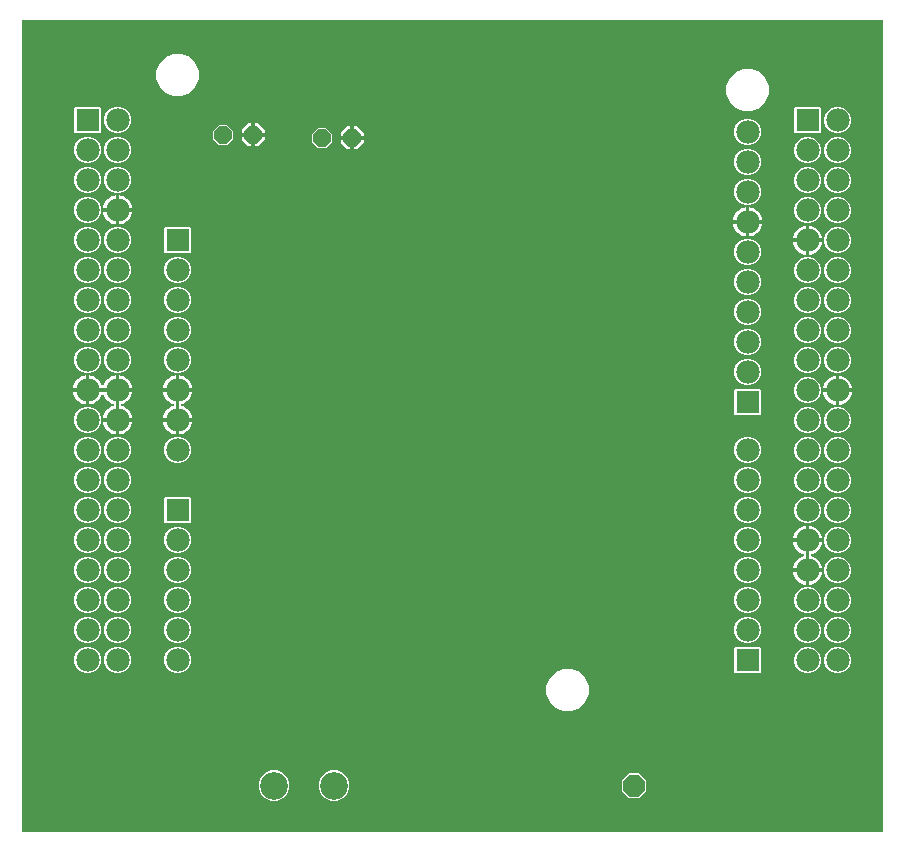
<source format=gbl>
G04 EAGLE Gerber RS-274X export*
G75*
%MOMM*%
%FSLAX34Y34*%
%LPD*%
%INBottom Copper*%
%IPPOS*%
%AMOC8*
5,1,8,0,0,1.08239X$1,22.5*%
G01*
%ADD10P,1.979475X8X22.500000*%
%ADD11P,1.583577X8X22.500000*%
%ADD12R,1.980000X1.980000*%
%ADD13C,1.980000*%
%ADD14C,2.340000*%
%ADD15C,0.502400*%

G36*
X819458Y75442D02*
X819458Y75442D01*
X819477Y75440D01*
X819579Y75462D01*
X819681Y75479D01*
X819698Y75488D01*
X819718Y75492D01*
X819807Y75545D01*
X819898Y75594D01*
X819912Y75608D01*
X819929Y75618D01*
X819996Y75697D01*
X820068Y75772D01*
X820076Y75790D01*
X820089Y75805D01*
X820128Y75901D01*
X820171Y75995D01*
X820173Y76015D01*
X820181Y76033D01*
X820199Y76200D01*
X820199Y762000D01*
X820196Y762020D01*
X820198Y762039D01*
X820176Y762141D01*
X820160Y762243D01*
X820150Y762260D01*
X820146Y762280D01*
X820093Y762369D01*
X820044Y762460D01*
X820030Y762474D01*
X820020Y762491D01*
X819941Y762558D01*
X819866Y762630D01*
X819848Y762638D01*
X819833Y762651D01*
X819737Y762690D01*
X819643Y762733D01*
X819623Y762735D01*
X819605Y762743D01*
X819438Y762761D01*
X91662Y762761D01*
X91642Y762758D01*
X91623Y762760D01*
X91521Y762738D01*
X91419Y762722D01*
X91402Y762712D01*
X91382Y762708D01*
X91293Y762655D01*
X91202Y762606D01*
X91188Y762592D01*
X91171Y762582D01*
X91104Y762503D01*
X91032Y762428D01*
X91024Y762410D01*
X91011Y762395D01*
X90972Y762299D01*
X90929Y762205D01*
X90927Y762185D01*
X90919Y762167D01*
X90901Y762000D01*
X90901Y76200D01*
X90904Y76180D01*
X90902Y76161D01*
X90924Y76059D01*
X90940Y75957D01*
X90950Y75940D01*
X90954Y75920D01*
X91007Y75831D01*
X91056Y75740D01*
X91070Y75726D01*
X91080Y75709D01*
X91159Y75642D01*
X91234Y75571D01*
X91252Y75562D01*
X91267Y75549D01*
X91363Y75510D01*
X91457Y75467D01*
X91477Y75465D01*
X91495Y75457D01*
X91662Y75439D01*
X819438Y75439D01*
X819458Y75442D01*
G37*
%LPC*%
G36*
X219444Y698324D02*
X219444Y698324D01*
X212874Y701046D01*
X207846Y706074D01*
X205124Y712644D01*
X205124Y719756D01*
X207846Y726326D01*
X212874Y731354D01*
X219444Y734076D01*
X226556Y734076D01*
X233126Y731354D01*
X238154Y726326D01*
X240876Y719756D01*
X240876Y712644D01*
X238154Y706074D01*
X233126Y701046D01*
X226556Y698324D01*
X219444Y698324D01*
G37*
%LPD*%
%LPC*%
G36*
X702044Y685624D02*
X702044Y685624D01*
X695474Y688346D01*
X690446Y693374D01*
X687724Y699944D01*
X687724Y707056D01*
X690446Y713626D01*
X695474Y718654D01*
X702044Y721376D01*
X709156Y721376D01*
X715726Y718654D01*
X720754Y713626D01*
X723476Y707056D01*
X723476Y699944D01*
X720754Y693374D01*
X715726Y688346D01*
X709156Y685624D01*
X702044Y685624D01*
G37*
%LPD*%
%LPC*%
G36*
X549644Y177624D02*
X549644Y177624D01*
X543074Y180346D01*
X538046Y185374D01*
X535324Y191944D01*
X535324Y199056D01*
X538046Y205626D01*
X543074Y210654D01*
X549644Y213376D01*
X556756Y213376D01*
X563326Y210654D01*
X568354Y205626D01*
X571076Y199056D01*
X571076Y191944D01*
X568354Y185374D01*
X563326Y180346D01*
X556756Y177624D01*
X549644Y177624D01*
G37*
%LPD*%
%LPC*%
G36*
X302009Y101579D02*
X302009Y101579D01*
X297242Y103554D01*
X293593Y107203D01*
X291618Y111970D01*
X291618Y117130D01*
X293593Y121897D01*
X297242Y125546D01*
X302009Y127521D01*
X307169Y127521D01*
X311936Y125546D01*
X315585Y121897D01*
X317560Y117130D01*
X317560Y111970D01*
X315585Y107203D01*
X311936Y103554D01*
X307169Y101579D01*
X302009Y101579D01*
G37*
%LPD*%
%LPC*%
G36*
X352809Y101579D02*
X352809Y101579D01*
X348042Y103554D01*
X344393Y107203D01*
X342418Y111970D01*
X342418Y117130D01*
X344393Y121897D01*
X348042Y125546D01*
X352809Y127521D01*
X357969Y127521D01*
X362736Y125546D01*
X366385Y121897D01*
X368360Y117130D01*
X368360Y111970D01*
X366385Y107203D01*
X362736Y103554D01*
X357969Y101579D01*
X352809Y101579D01*
G37*
%LPD*%
%LPC*%
G36*
X136374Y666929D02*
X136374Y666929D01*
X135629Y667674D01*
X135629Y688526D01*
X136374Y689271D01*
X157226Y689271D01*
X157971Y688526D01*
X157971Y667674D01*
X157226Y666929D01*
X136374Y666929D01*
G37*
%LPD*%
%LPC*%
G36*
X695174Y209729D02*
X695174Y209729D01*
X694429Y210474D01*
X694429Y231326D01*
X695174Y232071D01*
X716026Y232071D01*
X716771Y231326D01*
X716771Y210474D01*
X716026Y209729D01*
X695174Y209729D01*
G37*
%LPD*%
%LPC*%
G36*
X745974Y666679D02*
X745974Y666679D01*
X745229Y667424D01*
X745229Y688276D01*
X745974Y689021D01*
X766826Y689021D01*
X767571Y688276D01*
X767571Y667424D01*
X766826Y666679D01*
X745974Y666679D01*
G37*
%LPD*%
%LPC*%
G36*
X212574Y336729D02*
X212574Y336729D01*
X211829Y337474D01*
X211829Y358326D01*
X212574Y359071D01*
X233426Y359071D01*
X234171Y358326D01*
X234171Y337474D01*
X233426Y336729D01*
X212574Y336729D01*
G37*
%LPD*%
%LPC*%
G36*
X695174Y428169D02*
X695174Y428169D01*
X694429Y428914D01*
X694429Y449766D01*
X695174Y450511D01*
X716026Y450511D01*
X716771Y449766D01*
X716771Y428914D01*
X716026Y428169D01*
X695174Y428169D01*
G37*
%LPD*%
%LPC*%
G36*
X212574Y565329D02*
X212574Y565329D01*
X211829Y566074D01*
X211829Y586926D01*
X212574Y587671D01*
X233426Y587671D01*
X234171Y586926D01*
X234171Y566074D01*
X233426Y565329D01*
X212574Y565329D01*
G37*
%LPD*%
%LPC*%
G36*
X169978Y666929D02*
X169978Y666929D01*
X165872Y668630D01*
X162730Y671772D01*
X161029Y675878D01*
X161029Y680322D01*
X162730Y684428D01*
X165872Y687570D01*
X169978Y689271D01*
X174422Y689271D01*
X178528Y687570D01*
X181670Y684428D01*
X183371Y680322D01*
X183371Y675878D01*
X181670Y671772D01*
X178528Y668630D01*
X174422Y666929D01*
X169978Y666929D01*
G37*
%LPD*%
%LPC*%
G36*
X779578Y666679D02*
X779578Y666679D01*
X775472Y668380D01*
X772330Y671522D01*
X770629Y675628D01*
X770629Y680072D01*
X772330Y684178D01*
X775472Y687320D01*
X779578Y689021D01*
X784022Y689021D01*
X788128Y687320D01*
X791270Y684178D01*
X792971Y680072D01*
X792971Y675628D01*
X791270Y671522D01*
X788128Y668380D01*
X784022Y666679D01*
X779578Y666679D01*
G37*
%LPD*%
%LPC*%
G36*
X703378Y656769D02*
X703378Y656769D01*
X699272Y658470D01*
X696130Y661612D01*
X694429Y665718D01*
X694429Y670162D01*
X696130Y674268D01*
X699272Y677410D01*
X703378Y679111D01*
X707822Y679111D01*
X711928Y677410D01*
X715070Y674268D01*
X716771Y670162D01*
X716771Y665718D01*
X715070Y661612D01*
X711928Y658470D01*
X707822Y656769D01*
X703378Y656769D01*
G37*
%LPD*%
%LPC*%
G36*
X220778Y311329D02*
X220778Y311329D01*
X216672Y313030D01*
X213530Y316172D01*
X211829Y320278D01*
X211829Y324722D01*
X213530Y328828D01*
X216672Y331970D01*
X220778Y333671D01*
X225222Y333671D01*
X229328Y331970D01*
X232470Y328828D01*
X234171Y324722D01*
X234171Y320278D01*
X232470Y316172D01*
X229328Y313030D01*
X225222Y311329D01*
X220778Y311329D01*
G37*
%LPD*%
%LPC*%
G36*
X169978Y311329D02*
X169978Y311329D01*
X165872Y313030D01*
X162730Y316172D01*
X161029Y320278D01*
X161029Y324722D01*
X162730Y328828D01*
X165872Y331970D01*
X169978Y333671D01*
X174422Y333671D01*
X178528Y331970D01*
X181670Y328828D01*
X183371Y324722D01*
X183371Y320278D01*
X181670Y316172D01*
X178528Y313030D01*
X174422Y311329D01*
X169978Y311329D01*
G37*
%LPD*%
%LPC*%
G36*
X144578Y311329D02*
X144578Y311329D01*
X140472Y313030D01*
X137330Y316172D01*
X135629Y320278D01*
X135629Y324722D01*
X137330Y328828D01*
X140472Y331970D01*
X144578Y333671D01*
X149022Y333671D01*
X153128Y331970D01*
X156270Y328828D01*
X157971Y324722D01*
X157971Y320278D01*
X156270Y316172D01*
X153128Y313030D01*
X149022Y311329D01*
X144578Y311329D01*
G37*
%LPD*%
%LPC*%
G36*
X779578Y311079D02*
X779578Y311079D01*
X775472Y312780D01*
X772330Y315922D01*
X770629Y320028D01*
X770629Y324472D01*
X772330Y328578D01*
X775472Y331720D01*
X779578Y333421D01*
X784022Y333421D01*
X788128Y331720D01*
X791270Y328578D01*
X792971Y324472D01*
X792971Y320028D01*
X791270Y315922D01*
X788128Y312780D01*
X784022Y311079D01*
X779578Y311079D01*
G37*
%LPD*%
%LPC*%
G36*
X703378Y285929D02*
X703378Y285929D01*
X699272Y287630D01*
X696130Y290772D01*
X694429Y294878D01*
X694429Y299322D01*
X696130Y303428D01*
X699272Y306570D01*
X703378Y308271D01*
X707822Y308271D01*
X711928Y306570D01*
X715070Y303428D01*
X716771Y299322D01*
X716771Y294878D01*
X715070Y290772D01*
X711928Y287630D01*
X707822Y285929D01*
X703378Y285929D01*
G37*
%LPD*%
%LPC*%
G36*
X220778Y285929D02*
X220778Y285929D01*
X216672Y287630D01*
X213530Y290772D01*
X211829Y294878D01*
X211829Y299322D01*
X213530Y303428D01*
X216672Y306570D01*
X220778Y308271D01*
X225222Y308271D01*
X229328Y306570D01*
X232470Y303428D01*
X234171Y299322D01*
X234171Y294878D01*
X232470Y290772D01*
X229328Y287630D01*
X225222Y285929D01*
X220778Y285929D01*
G37*
%LPD*%
%LPC*%
G36*
X169978Y285929D02*
X169978Y285929D01*
X165872Y287630D01*
X162730Y290772D01*
X161029Y294878D01*
X161029Y299322D01*
X162730Y303428D01*
X165872Y306570D01*
X169978Y308271D01*
X174422Y308271D01*
X178528Y306570D01*
X181670Y303428D01*
X183371Y299322D01*
X183371Y294878D01*
X181670Y290772D01*
X178528Y287630D01*
X174422Y285929D01*
X169978Y285929D01*
G37*
%LPD*%
%LPC*%
G36*
X144578Y285929D02*
X144578Y285929D01*
X140472Y287630D01*
X137330Y290772D01*
X135629Y294878D01*
X135629Y299322D01*
X137330Y303428D01*
X140472Y306570D01*
X144578Y308271D01*
X149022Y308271D01*
X153128Y306570D01*
X156270Y303428D01*
X157971Y299322D01*
X157971Y294878D01*
X156270Y290772D01*
X153128Y287630D01*
X149022Y285929D01*
X144578Y285929D01*
G37*
%LPD*%
%LPC*%
G36*
X779578Y285679D02*
X779578Y285679D01*
X775472Y287380D01*
X772330Y290522D01*
X770629Y294628D01*
X770629Y299072D01*
X772330Y303178D01*
X775472Y306320D01*
X779578Y308021D01*
X784022Y308021D01*
X788128Y306320D01*
X791270Y303178D01*
X792971Y299072D01*
X792971Y294628D01*
X791270Y290522D01*
X788128Y287380D01*
X784022Y285679D01*
X779578Y285679D01*
G37*
%LPD*%
%LPC*%
G36*
X169978Y641529D02*
X169978Y641529D01*
X165872Y643230D01*
X162730Y646372D01*
X161029Y650478D01*
X161029Y654922D01*
X162730Y659028D01*
X165872Y662170D01*
X169978Y663871D01*
X174422Y663871D01*
X178528Y662170D01*
X181670Y659028D01*
X183371Y654922D01*
X183371Y650478D01*
X181670Y646372D01*
X178528Y643230D01*
X174422Y641529D01*
X169978Y641529D01*
G37*
%LPD*%
%LPC*%
G36*
X144578Y641529D02*
X144578Y641529D01*
X140472Y643230D01*
X137330Y646372D01*
X135629Y650478D01*
X135629Y654922D01*
X137330Y659028D01*
X140472Y662170D01*
X144578Y663871D01*
X149022Y663871D01*
X153128Y662170D01*
X156270Y659028D01*
X157971Y654922D01*
X157971Y650478D01*
X156270Y646372D01*
X153128Y643230D01*
X149022Y641529D01*
X144578Y641529D01*
G37*
%LPD*%
%LPC*%
G36*
X779578Y641279D02*
X779578Y641279D01*
X775472Y642980D01*
X772330Y646122D01*
X770629Y650228D01*
X770629Y654672D01*
X772330Y658778D01*
X775472Y661920D01*
X779578Y663621D01*
X784022Y663621D01*
X788128Y661920D01*
X791270Y658778D01*
X792971Y654672D01*
X792971Y650228D01*
X791270Y646122D01*
X788128Y642980D01*
X784022Y641279D01*
X779578Y641279D01*
G37*
%LPD*%
%LPC*%
G36*
X754178Y641279D02*
X754178Y641279D01*
X750072Y642980D01*
X746930Y646122D01*
X745229Y650228D01*
X745229Y654672D01*
X746930Y658778D01*
X750072Y661920D01*
X754178Y663621D01*
X758622Y663621D01*
X762728Y661920D01*
X765870Y658778D01*
X767571Y654672D01*
X767571Y650228D01*
X765870Y646122D01*
X762728Y642980D01*
X758622Y641279D01*
X754178Y641279D01*
G37*
%LPD*%
%LPC*%
G36*
X169978Y260529D02*
X169978Y260529D01*
X165872Y262230D01*
X162730Y265372D01*
X161029Y269478D01*
X161029Y273922D01*
X162730Y278028D01*
X165872Y281170D01*
X169978Y282871D01*
X174422Y282871D01*
X178528Y281170D01*
X181670Y278028D01*
X183371Y273922D01*
X183371Y269478D01*
X181670Y265372D01*
X178528Y262230D01*
X174422Y260529D01*
X169978Y260529D01*
G37*
%LPD*%
%LPC*%
G36*
X703378Y260529D02*
X703378Y260529D01*
X699272Y262230D01*
X696130Y265372D01*
X694429Y269478D01*
X694429Y273922D01*
X696130Y278028D01*
X699272Y281170D01*
X703378Y282871D01*
X707822Y282871D01*
X711928Y281170D01*
X715070Y278028D01*
X716771Y273922D01*
X716771Y269478D01*
X715070Y265372D01*
X711928Y262230D01*
X707822Y260529D01*
X703378Y260529D01*
G37*
%LPD*%
%LPC*%
G36*
X220778Y260529D02*
X220778Y260529D01*
X216672Y262230D01*
X213530Y265372D01*
X211829Y269478D01*
X211829Y273922D01*
X213530Y278028D01*
X216672Y281170D01*
X220778Y282871D01*
X225222Y282871D01*
X229328Y281170D01*
X232470Y278028D01*
X234171Y273922D01*
X234171Y269478D01*
X232470Y265372D01*
X229328Y262230D01*
X225222Y260529D01*
X220778Y260529D01*
G37*
%LPD*%
%LPC*%
G36*
X703378Y631369D02*
X703378Y631369D01*
X699272Y633070D01*
X696130Y636212D01*
X694429Y640318D01*
X694429Y644762D01*
X696130Y648868D01*
X699272Y652010D01*
X703378Y653711D01*
X707822Y653711D01*
X711928Y652010D01*
X715070Y648868D01*
X716771Y644762D01*
X716771Y640318D01*
X715070Y636212D01*
X711928Y633070D01*
X707822Y631369D01*
X703378Y631369D01*
G37*
%LPD*%
%LPC*%
G36*
X169978Y616129D02*
X169978Y616129D01*
X165872Y617830D01*
X162730Y620972D01*
X161029Y625078D01*
X161029Y629522D01*
X162730Y633628D01*
X165872Y636770D01*
X169978Y638471D01*
X174422Y638471D01*
X178528Y636770D01*
X181670Y633628D01*
X183371Y629522D01*
X183371Y625078D01*
X181670Y620972D01*
X178528Y617830D01*
X174422Y616129D01*
X169978Y616129D01*
G37*
%LPD*%
%LPC*%
G36*
X144578Y616129D02*
X144578Y616129D01*
X140472Y617830D01*
X137330Y620972D01*
X135629Y625078D01*
X135629Y629522D01*
X137330Y633628D01*
X140472Y636770D01*
X144578Y638471D01*
X149022Y638471D01*
X153128Y636770D01*
X156270Y633628D01*
X157971Y629522D01*
X157971Y625078D01*
X156270Y620972D01*
X153128Y617830D01*
X149022Y616129D01*
X144578Y616129D01*
G37*
%LPD*%
%LPC*%
G36*
X779578Y615879D02*
X779578Y615879D01*
X775472Y617580D01*
X772330Y620722D01*
X770629Y624828D01*
X770629Y629272D01*
X772330Y633378D01*
X775472Y636520D01*
X779578Y638221D01*
X784022Y638221D01*
X788128Y636520D01*
X791270Y633378D01*
X792971Y629272D01*
X792971Y624828D01*
X791270Y620722D01*
X788128Y617580D01*
X784022Y615879D01*
X779578Y615879D01*
G37*
%LPD*%
%LPC*%
G36*
X754178Y615879D02*
X754178Y615879D01*
X750072Y617580D01*
X746930Y620722D01*
X745229Y624828D01*
X745229Y629272D01*
X746930Y633378D01*
X750072Y636520D01*
X754178Y638221D01*
X758622Y638221D01*
X762728Y636520D01*
X765870Y633378D01*
X767571Y629272D01*
X767571Y624828D01*
X765870Y620722D01*
X762728Y617580D01*
X758622Y615879D01*
X754178Y615879D01*
G37*
%LPD*%
%LPC*%
G36*
X703378Y605969D02*
X703378Y605969D01*
X699272Y607670D01*
X696130Y610812D01*
X694429Y614918D01*
X694429Y619362D01*
X696130Y623468D01*
X699272Y626610D01*
X703378Y628311D01*
X707822Y628311D01*
X711928Y626610D01*
X715070Y623468D01*
X716771Y619362D01*
X716771Y614918D01*
X715070Y610812D01*
X711928Y607670D01*
X707822Y605969D01*
X703378Y605969D01*
G37*
%LPD*%
%LPC*%
G36*
X779578Y260279D02*
X779578Y260279D01*
X775472Y261980D01*
X772330Y265122D01*
X770629Y269228D01*
X770629Y273672D01*
X772330Y277778D01*
X775472Y280920D01*
X779578Y282621D01*
X784022Y282621D01*
X788128Y280920D01*
X791270Y277778D01*
X792971Y273672D01*
X792971Y269228D01*
X791270Y265122D01*
X788128Y261980D01*
X784022Y260279D01*
X779578Y260279D01*
G37*
%LPD*%
%LPC*%
G36*
X754178Y260279D02*
X754178Y260279D01*
X750072Y261980D01*
X746930Y265122D01*
X745229Y269228D01*
X745229Y273672D01*
X746930Y277778D01*
X750072Y280920D01*
X754178Y282621D01*
X758622Y282621D01*
X762728Y280920D01*
X765870Y277778D01*
X767571Y273672D01*
X767571Y269228D01*
X765870Y265122D01*
X762728Y261980D01*
X758622Y260279D01*
X754178Y260279D01*
G37*
%LPD*%
%LPC*%
G36*
X144578Y590729D02*
X144578Y590729D01*
X140472Y592430D01*
X137330Y595572D01*
X135629Y599678D01*
X135629Y604122D01*
X137330Y608228D01*
X140472Y611370D01*
X144578Y613071D01*
X149022Y613071D01*
X153128Y611370D01*
X156270Y608228D01*
X157971Y604122D01*
X157971Y599678D01*
X156270Y595572D01*
X153128Y592430D01*
X149022Y590729D01*
X144578Y590729D01*
G37*
%LPD*%
%LPC*%
G36*
X779578Y590479D02*
X779578Y590479D01*
X775472Y592180D01*
X772330Y595322D01*
X770629Y599428D01*
X770629Y603872D01*
X772330Y607978D01*
X775472Y611120D01*
X779578Y612821D01*
X784022Y612821D01*
X788128Y611120D01*
X791270Y607978D01*
X792971Y603872D01*
X792971Y599428D01*
X791270Y595322D01*
X788128Y592180D01*
X784022Y590479D01*
X779578Y590479D01*
G37*
%LPD*%
%LPC*%
G36*
X754178Y590479D02*
X754178Y590479D01*
X750072Y592180D01*
X746930Y595322D01*
X745229Y599428D01*
X745229Y603872D01*
X746930Y607978D01*
X750072Y611120D01*
X754178Y612821D01*
X758622Y612821D01*
X762728Y611120D01*
X765870Y607978D01*
X767571Y603872D01*
X767571Y599428D01*
X765870Y595322D01*
X762728Y592180D01*
X758622Y590479D01*
X754178Y590479D01*
G37*
%LPD*%
%LPC*%
G36*
X703378Y235129D02*
X703378Y235129D01*
X699272Y236830D01*
X696130Y239972D01*
X694429Y244078D01*
X694429Y248522D01*
X696130Y252628D01*
X699272Y255770D01*
X703378Y257471D01*
X707822Y257471D01*
X711928Y255770D01*
X715070Y252628D01*
X716771Y248522D01*
X716771Y244078D01*
X715070Y239972D01*
X711928Y236830D01*
X707822Y235129D01*
X703378Y235129D01*
G37*
%LPD*%
%LPC*%
G36*
X220778Y235129D02*
X220778Y235129D01*
X216672Y236830D01*
X213530Y239972D01*
X211829Y244078D01*
X211829Y248522D01*
X213530Y252628D01*
X216672Y255770D01*
X220778Y257471D01*
X225222Y257471D01*
X229328Y255770D01*
X232470Y252628D01*
X234171Y248522D01*
X234171Y244078D01*
X232470Y239972D01*
X229328Y236830D01*
X225222Y235129D01*
X220778Y235129D01*
G37*
%LPD*%
%LPC*%
G36*
X169978Y235129D02*
X169978Y235129D01*
X165872Y236830D01*
X162730Y239972D01*
X161029Y244078D01*
X161029Y248522D01*
X162730Y252628D01*
X165872Y255770D01*
X169978Y257471D01*
X174422Y257471D01*
X178528Y255770D01*
X181670Y252628D01*
X183371Y248522D01*
X183371Y244078D01*
X181670Y239972D01*
X178528Y236830D01*
X174422Y235129D01*
X169978Y235129D01*
G37*
%LPD*%
%LPC*%
G36*
X144578Y235129D02*
X144578Y235129D01*
X140472Y236830D01*
X137330Y239972D01*
X135629Y244078D01*
X135629Y248522D01*
X137330Y252628D01*
X140472Y255770D01*
X144578Y257471D01*
X149022Y257471D01*
X153128Y255770D01*
X156270Y252628D01*
X157971Y248522D01*
X157971Y244078D01*
X156270Y239972D01*
X153128Y236830D01*
X149022Y235129D01*
X144578Y235129D01*
G37*
%LPD*%
%LPC*%
G36*
X779578Y234879D02*
X779578Y234879D01*
X775472Y236580D01*
X772330Y239722D01*
X770629Y243828D01*
X770629Y248272D01*
X772330Y252378D01*
X775472Y255520D01*
X779578Y257221D01*
X784022Y257221D01*
X788128Y255520D01*
X791270Y252378D01*
X792971Y248272D01*
X792971Y243828D01*
X791270Y239722D01*
X788128Y236580D01*
X784022Y234879D01*
X779578Y234879D01*
G37*
%LPD*%
%LPC*%
G36*
X754178Y234879D02*
X754178Y234879D01*
X750072Y236580D01*
X746930Y239722D01*
X745229Y243828D01*
X745229Y248272D01*
X746930Y252378D01*
X750072Y255520D01*
X754178Y257221D01*
X758622Y257221D01*
X762728Y255520D01*
X765870Y252378D01*
X767571Y248272D01*
X767571Y243828D01*
X765870Y239722D01*
X762728Y236580D01*
X758622Y234879D01*
X754178Y234879D01*
G37*
%LPD*%
%LPC*%
G36*
X220778Y209729D02*
X220778Y209729D01*
X216672Y211430D01*
X213530Y214572D01*
X211829Y218678D01*
X211829Y223122D01*
X213530Y227228D01*
X216672Y230370D01*
X220778Y232071D01*
X225222Y232071D01*
X229328Y230370D01*
X232470Y227228D01*
X234171Y223122D01*
X234171Y218678D01*
X232470Y214572D01*
X229328Y211430D01*
X225222Y209729D01*
X220778Y209729D01*
G37*
%LPD*%
%LPC*%
G36*
X169978Y209729D02*
X169978Y209729D01*
X165872Y211430D01*
X162730Y214572D01*
X161029Y218678D01*
X161029Y223122D01*
X162730Y227228D01*
X165872Y230370D01*
X169978Y232071D01*
X174422Y232071D01*
X178528Y230370D01*
X181670Y227228D01*
X183371Y223122D01*
X183371Y218678D01*
X181670Y214572D01*
X178528Y211430D01*
X174422Y209729D01*
X169978Y209729D01*
G37*
%LPD*%
%LPC*%
G36*
X144578Y209729D02*
X144578Y209729D01*
X140472Y211430D01*
X137330Y214572D01*
X135629Y218678D01*
X135629Y223122D01*
X137330Y227228D01*
X140472Y230370D01*
X144578Y232071D01*
X149022Y232071D01*
X153128Y230370D01*
X156270Y227228D01*
X157971Y223122D01*
X157971Y218678D01*
X156270Y214572D01*
X153128Y211430D01*
X149022Y209729D01*
X144578Y209729D01*
G37*
%LPD*%
%LPC*%
G36*
X779578Y209479D02*
X779578Y209479D01*
X775472Y211180D01*
X772330Y214322D01*
X770629Y218428D01*
X770629Y222872D01*
X772330Y226978D01*
X775472Y230120D01*
X779578Y231821D01*
X784022Y231821D01*
X788128Y230120D01*
X791270Y226978D01*
X792971Y222872D01*
X792971Y218428D01*
X791270Y214322D01*
X788128Y211180D01*
X784022Y209479D01*
X779578Y209479D01*
G37*
%LPD*%
%LPC*%
G36*
X169978Y565329D02*
X169978Y565329D01*
X165872Y567030D01*
X162730Y570172D01*
X161029Y574278D01*
X161029Y578722D01*
X162730Y582828D01*
X165872Y585970D01*
X169978Y587671D01*
X174422Y587671D01*
X178528Y585970D01*
X181670Y582828D01*
X183371Y578722D01*
X183371Y574278D01*
X181670Y570172D01*
X178528Y567030D01*
X174422Y565329D01*
X169978Y565329D01*
G37*
%LPD*%
%LPC*%
G36*
X144578Y565329D02*
X144578Y565329D01*
X140472Y567030D01*
X137330Y570172D01*
X135629Y574278D01*
X135629Y578722D01*
X137330Y582828D01*
X140472Y585970D01*
X144578Y587671D01*
X149022Y587671D01*
X153128Y585970D01*
X156270Y582828D01*
X157971Y578722D01*
X157971Y574278D01*
X156270Y570172D01*
X153128Y567030D01*
X149022Y565329D01*
X144578Y565329D01*
G37*
%LPD*%
%LPC*%
G36*
X779578Y565079D02*
X779578Y565079D01*
X775472Y566780D01*
X772330Y569922D01*
X770629Y574028D01*
X770629Y578472D01*
X772330Y582578D01*
X775472Y585720D01*
X779578Y587421D01*
X784022Y587421D01*
X788128Y585720D01*
X791270Y582578D01*
X792971Y578472D01*
X792971Y574028D01*
X791270Y569922D01*
X788128Y566780D01*
X784022Y565079D01*
X779578Y565079D01*
G37*
%LPD*%
%LPC*%
G36*
X703378Y555169D02*
X703378Y555169D01*
X699272Y556870D01*
X696130Y560012D01*
X694429Y564118D01*
X694429Y568562D01*
X696130Y572668D01*
X699272Y575810D01*
X703378Y577511D01*
X707822Y577511D01*
X711928Y575810D01*
X715070Y572668D01*
X716771Y568562D01*
X716771Y564118D01*
X715070Y560012D01*
X711928Y556870D01*
X707822Y555169D01*
X703378Y555169D01*
G37*
%LPD*%
%LPC*%
G36*
X754178Y209479D02*
X754178Y209479D01*
X750072Y211180D01*
X746930Y214322D01*
X745229Y218428D01*
X745229Y222872D01*
X746930Y226978D01*
X750072Y230120D01*
X754178Y231821D01*
X758622Y231821D01*
X762728Y230120D01*
X765870Y226978D01*
X767571Y222872D01*
X767571Y218428D01*
X765870Y214322D01*
X762728Y211180D01*
X758622Y209479D01*
X754178Y209479D01*
G37*
%LPD*%
%LPC*%
G36*
X220778Y539929D02*
X220778Y539929D01*
X216672Y541630D01*
X213530Y544772D01*
X211829Y548878D01*
X211829Y553322D01*
X213530Y557428D01*
X216672Y560570D01*
X220778Y562271D01*
X225222Y562271D01*
X229328Y560570D01*
X232470Y557428D01*
X234171Y553322D01*
X234171Y548878D01*
X232470Y544772D01*
X229328Y541630D01*
X225222Y539929D01*
X220778Y539929D01*
G37*
%LPD*%
%LPC*%
G36*
X169978Y539929D02*
X169978Y539929D01*
X165872Y541630D01*
X162730Y544772D01*
X161029Y548878D01*
X161029Y553322D01*
X162730Y557428D01*
X165872Y560570D01*
X169978Y562271D01*
X174422Y562271D01*
X178528Y560570D01*
X181670Y557428D01*
X183371Y553322D01*
X183371Y548878D01*
X181670Y544772D01*
X178528Y541630D01*
X174422Y539929D01*
X169978Y539929D01*
G37*
%LPD*%
%LPC*%
G36*
X144578Y539929D02*
X144578Y539929D01*
X140472Y541630D01*
X137330Y544772D01*
X135629Y548878D01*
X135629Y553322D01*
X137330Y557428D01*
X140472Y560570D01*
X144578Y562271D01*
X149022Y562271D01*
X153128Y560570D01*
X156270Y557428D01*
X157971Y553322D01*
X157971Y548878D01*
X156270Y544772D01*
X153128Y541630D01*
X149022Y539929D01*
X144578Y539929D01*
G37*
%LPD*%
%LPC*%
G36*
X779578Y539679D02*
X779578Y539679D01*
X775472Y541380D01*
X772330Y544522D01*
X770629Y548628D01*
X770629Y553072D01*
X772330Y557178D01*
X775472Y560320D01*
X779578Y562021D01*
X784022Y562021D01*
X788128Y560320D01*
X791270Y557178D01*
X792971Y553072D01*
X792971Y548628D01*
X791270Y544522D01*
X788128Y541380D01*
X784022Y539679D01*
X779578Y539679D01*
G37*
%LPD*%
%LPC*%
G36*
X754178Y539679D02*
X754178Y539679D01*
X750072Y541380D01*
X746930Y544522D01*
X745229Y548628D01*
X745229Y553072D01*
X746930Y557178D01*
X750072Y560320D01*
X754178Y562021D01*
X758622Y562021D01*
X762728Y560320D01*
X765870Y557178D01*
X767571Y553072D01*
X767571Y548628D01*
X765870Y544522D01*
X762728Y541380D01*
X758622Y539679D01*
X754178Y539679D01*
G37*
%LPD*%
%LPC*%
G36*
X703378Y529769D02*
X703378Y529769D01*
X699272Y531470D01*
X696130Y534612D01*
X694429Y538718D01*
X694429Y543162D01*
X696130Y547268D01*
X699272Y550410D01*
X703378Y552111D01*
X707822Y552111D01*
X711928Y550410D01*
X715070Y547268D01*
X716771Y543162D01*
X716771Y538718D01*
X715070Y534612D01*
X711928Y531470D01*
X707822Y529769D01*
X703378Y529769D01*
G37*
%LPD*%
%LPC*%
G36*
X169978Y514529D02*
X169978Y514529D01*
X165872Y516230D01*
X162730Y519372D01*
X161029Y523478D01*
X161029Y527922D01*
X162730Y532028D01*
X165872Y535170D01*
X169978Y536871D01*
X174422Y536871D01*
X178528Y535170D01*
X181670Y532028D01*
X183371Y527922D01*
X183371Y523478D01*
X181670Y519372D01*
X178528Y516230D01*
X174422Y514529D01*
X169978Y514529D01*
G37*
%LPD*%
%LPC*%
G36*
X144578Y514529D02*
X144578Y514529D01*
X140472Y516230D01*
X137330Y519372D01*
X135629Y523478D01*
X135629Y527922D01*
X137330Y532028D01*
X140472Y535170D01*
X144578Y536871D01*
X149022Y536871D01*
X153128Y535170D01*
X156270Y532028D01*
X157971Y527922D01*
X157971Y523478D01*
X156270Y519372D01*
X153128Y516230D01*
X149022Y514529D01*
X144578Y514529D01*
G37*
%LPD*%
%LPC*%
G36*
X220778Y514529D02*
X220778Y514529D01*
X216672Y516230D01*
X213530Y519372D01*
X211829Y523478D01*
X211829Y527922D01*
X213530Y532028D01*
X216672Y535170D01*
X220778Y536871D01*
X225222Y536871D01*
X229328Y535170D01*
X232470Y532028D01*
X234171Y527922D01*
X234171Y523478D01*
X232470Y519372D01*
X229328Y516230D01*
X225222Y514529D01*
X220778Y514529D01*
G37*
%LPD*%
%LPC*%
G36*
X779578Y514279D02*
X779578Y514279D01*
X775472Y515980D01*
X772330Y519122D01*
X770629Y523228D01*
X770629Y527672D01*
X772330Y531778D01*
X775472Y534920D01*
X779578Y536621D01*
X784022Y536621D01*
X788128Y534920D01*
X791270Y531778D01*
X792971Y527672D01*
X792971Y523228D01*
X791270Y519122D01*
X788128Y515980D01*
X784022Y514279D01*
X779578Y514279D01*
G37*
%LPD*%
%LPC*%
G36*
X754178Y514279D02*
X754178Y514279D01*
X750072Y515980D01*
X746930Y519122D01*
X745229Y523228D01*
X745229Y527672D01*
X746930Y531778D01*
X750072Y534920D01*
X754178Y536621D01*
X758622Y536621D01*
X762728Y534920D01*
X765870Y531778D01*
X767571Y527672D01*
X767571Y523228D01*
X765870Y519122D01*
X762728Y515980D01*
X758622Y514279D01*
X754178Y514279D01*
G37*
%LPD*%
%LPC*%
G36*
X703378Y504369D02*
X703378Y504369D01*
X699272Y506070D01*
X696130Y509212D01*
X694429Y513318D01*
X694429Y517762D01*
X696130Y521868D01*
X699272Y525010D01*
X703378Y526711D01*
X707822Y526711D01*
X711928Y525010D01*
X715070Y521868D01*
X716771Y517762D01*
X716771Y513318D01*
X715070Y509212D01*
X711928Y506070D01*
X707822Y504369D01*
X703378Y504369D01*
G37*
%LPD*%
%LPC*%
G36*
X220778Y489129D02*
X220778Y489129D01*
X216672Y490830D01*
X213530Y493972D01*
X211829Y498078D01*
X211829Y502522D01*
X213530Y506628D01*
X216672Y509770D01*
X220778Y511471D01*
X225222Y511471D01*
X229328Y509770D01*
X232470Y506628D01*
X234171Y502522D01*
X234171Y498078D01*
X232470Y493972D01*
X229328Y490830D01*
X225222Y489129D01*
X220778Y489129D01*
G37*
%LPD*%
%LPC*%
G36*
X169978Y489129D02*
X169978Y489129D01*
X165872Y490830D01*
X162730Y493972D01*
X161029Y498078D01*
X161029Y502522D01*
X162730Y506628D01*
X165872Y509770D01*
X169978Y511471D01*
X174422Y511471D01*
X178528Y509770D01*
X181670Y506628D01*
X183371Y502522D01*
X183371Y498078D01*
X181670Y493972D01*
X178528Y490830D01*
X174422Y489129D01*
X169978Y489129D01*
G37*
%LPD*%
%LPC*%
G36*
X144578Y489129D02*
X144578Y489129D01*
X140472Y490830D01*
X137330Y493972D01*
X135629Y498078D01*
X135629Y502522D01*
X137330Y506628D01*
X140472Y509770D01*
X144578Y511471D01*
X149022Y511471D01*
X153128Y509770D01*
X156270Y506628D01*
X157971Y502522D01*
X157971Y498078D01*
X156270Y493972D01*
X153128Y490830D01*
X149022Y489129D01*
X144578Y489129D01*
G37*
%LPD*%
%LPC*%
G36*
X779578Y488879D02*
X779578Y488879D01*
X775472Y490580D01*
X772330Y493722D01*
X770629Y497828D01*
X770629Y502272D01*
X772330Y506378D01*
X775472Y509520D01*
X779578Y511221D01*
X784022Y511221D01*
X788128Y509520D01*
X791270Y506378D01*
X792971Y502272D01*
X792971Y497828D01*
X791270Y493722D01*
X788128Y490580D01*
X784022Y488879D01*
X779578Y488879D01*
G37*
%LPD*%
%LPC*%
G36*
X754178Y488879D02*
X754178Y488879D01*
X750072Y490580D01*
X746930Y493722D01*
X745229Y497828D01*
X745229Y502272D01*
X746930Y506378D01*
X750072Y509520D01*
X754178Y511221D01*
X758622Y511221D01*
X762728Y509520D01*
X765870Y506378D01*
X767571Y502272D01*
X767571Y497828D01*
X765870Y493722D01*
X762728Y490580D01*
X758622Y488879D01*
X754178Y488879D01*
G37*
%LPD*%
%LPC*%
G36*
X703378Y478969D02*
X703378Y478969D01*
X699272Y480670D01*
X696130Y483812D01*
X694429Y487918D01*
X694429Y492362D01*
X696130Y496468D01*
X699272Y499610D01*
X703378Y501311D01*
X707822Y501311D01*
X711928Y499610D01*
X715070Y496468D01*
X716771Y492362D01*
X716771Y487918D01*
X715070Y483812D01*
X711928Y480670D01*
X707822Y478969D01*
X703378Y478969D01*
G37*
%LPD*%
%LPC*%
G36*
X220778Y463729D02*
X220778Y463729D01*
X216672Y465430D01*
X213530Y468572D01*
X211829Y472678D01*
X211829Y477122D01*
X213530Y481228D01*
X216672Y484370D01*
X220778Y486071D01*
X225222Y486071D01*
X229328Y484370D01*
X232470Y481228D01*
X234171Y477122D01*
X234171Y472678D01*
X232470Y468572D01*
X229328Y465430D01*
X225222Y463729D01*
X220778Y463729D01*
G37*
%LPD*%
%LPC*%
G36*
X169978Y463729D02*
X169978Y463729D01*
X165872Y465430D01*
X162730Y468572D01*
X161029Y472678D01*
X161029Y477122D01*
X162730Y481228D01*
X165872Y484370D01*
X169978Y486071D01*
X174422Y486071D01*
X178528Y484370D01*
X181670Y481228D01*
X183371Y477122D01*
X183371Y472678D01*
X181670Y468572D01*
X178528Y465430D01*
X174422Y463729D01*
X169978Y463729D01*
G37*
%LPD*%
%LPC*%
G36*
X144578Y463729D02*
X144578Y463729D01*
X140472Y465430D01*
X137330Y468572D01*
X135629Y472678D01*
X135629Y477122D01*
X137330Y481228D01*
X140472Y484370D01*
X144578Y486071D01*
X149022Y486071D01*
X153128Y484370D01*
X156270Y481228D01*
X157971Y477122D01*
X157971Y472678D01*
X156270Y468572D01*
X153128Y465430D01*
X149022Y463729D01*
X144578Y463729D01*
G37*
%LPD*%
%LPC*%
G36*
X779578Y463479D02*
X779578Y463479D01*
X775472Y465180D01*
X772330Y468322D01*
X770629Y472428D01*
X770629Y476872D01*
X772330Y480978D01*
X775472Y484120D01*
X779578Y485821D01*
X784022Y485821D01*
X788128Y484120D01*
X791270Y480978D01*
X792971Y476872D01*
X792971Y472428D01*
X791270Y468322D01*
X788128Y465180D01*
X784022Y463479D01*
X779578Y463479D01*
G37*
%LPD*%
%LPC*%
G36*
X754178Y463479D02*
X754178Y463479D01*
X750072Y465180D01*
X746930Y468322D01*
X745229Y472428D01*
X745229Y476872D01*
X746930Y480978D01*
X750072Y484120D01*
X754178Y485821D01*
X758622Y485821D01*
X762728Y484120D01*
X765870Y480978D01*
X767571Y476872D01*
X767571Y472428D01*
X765870Y468322D01*
X762728Y465180D01*
X758622Y463479D01*
X754178Y463479D01*
G37*
%LPD*%
%LPC*%
G36*
X703378Y453569D02*
X703378Y453569D01*
X699272Y455270D01*
X696130Y458412D01*
X694429Y462518D01*
X694429Y466962D01*
X696130Y471068D01*
X699272Y474210D01*
X703378Y475911D01*
X707822Y475911D01*
X711928Y474210D01*
X715070Y471068D01*
X716771Y466962D01*
X716771Y462518D01*
X715070Y458412D01*
X711928Y455270D01*
X707822Y453569D01*
X703378Y453569D01*
G37*
%LPD*%
%LPC*%
G36*
X144578Y260529D02*
X144578Y260529D01*
X140472Y262230D01*
X137330Y265372D01*
X135629Y269478D01*
X135629Y273922D01*
X137330Y278028D01*
X140472Y281170D01*
X144578Y282871D01*
X149022Y282871D01*
X153128Y281170D01*
X156270Y278028D01*
X157971Y273922D01*
X157971Y269478D01*
X156270Y265372D01*
X153128Y262230D01*
X149022Y260529D01*
X144578Y260529D01*
G37*
%LPD*%
%LPC*%
G36*
X754178Y438079D02*
X754178Y438079D01*
X750072Y439780D01*
X746930Y442922D01*
X745229Y447028D01*
X745229Y451472D01*
X746930Y455578D01*
X750072Y458720D01*
X754178Y460421D01*
X758622Y460421D01*
X762728Y458720D01*
X765870Y455578D01*
X767571Y451472D01*
X767571Y447028D01*
X765870Y442922D01*
X762728Y439780D01*
X758622Y438079D01*
X754178Y438079D01*
G37*
%LPD*%
%LPC*%
G36*
X144578Y412929D02*
X144578Y412929D01*
X140472Y414630D01*
X137330Y417772D01*
X135629Y421878D01*
X135629Y426322D01*
X137330Y430428D01*
X140472Y433570D01*
X144578Y435271D01*
X149022Y435271D01*
X153128Y433570D01*
X156270Y430428D01*
X157971Y426322D01*
X157971Y421878D01*
X156270Y417772D01*
X153128Y414630D01*
X149022Y412929D01*
X144578Y412929D01*
G37*
%LPD*%
%LPC*%
G36*
X779578Y412679D02*
X779578Y412679D01*
X775472Y414380D01*
X772330Y417522D01*
X770629Y421628D01*
X770629Y426072D01*
X772330Y430178D01*
X775472Y433320D01*
X779578Y435021D01*
X784022Y435021D01*
X788128Y433320D01*
X791270Y430178D01*
X792971Y426072D01*
X792971Y421628D01*
X791270Y417522D01*
X788128Y414380D01*
X784022Y412679D01*
X779578Y412679D01*
G37*
%LPD*%
%LPC*%
G36*
X754178Y412679D02*
X754178Y412679D01*
X750072Y414380D01*
X746930Y417522D01*
X745229Y421628D01*
X745229Y426072D01*
X746930Y430178D01*
X750072Y433320D01*
X754178Y435021D01*
X758622Y435021D01*
X762728Y433320D01*
X765870Y430178D01*
X767571Y426072D01*
X767571Y421628D01*
X765870Y417522D01*
X762728Y414380D01*
X758622Y412679D01*
X754178Y412679D01*
G37*
%LPD*%
%LPC*%
G36*
X703378Y387529D02*
X703378Y387529D01*
X699272Y389230D01*
X696130Y392372D01*
X694429Y396478D01*
X694429Y400922D01*
X696130Y405028D01*
X699272Y408170D01*
X703378Y409871D01*
X707822Y409871D01*
X711928Y408170D01*
X715070Y405028D01*
X716771Y400922D01*
X716771Y396478D01*
X715070Y392372D01*
X711928Y389230D01*
X707822Y387529D01*
X703378Y387529D01*
G37*
%LPD*%
%LPC*%
G36*
X220778Y387529D02*
X220778Y387529D01*
X216672Y389230D01*
X213530Y392372D01*
X211829Y396478D01*
X211829Y400922D01*
X213530Y405028D01*
X216672Y408170D01*
X220778Y409871D01*
X225222Y409871D01*
X229328Y408170D01*
X232470Y405028D01*
X234171Y400922D01*
X234171Y396478D01*
X232470Y392372D01*
X229328Y389230D01*
X225222Y387529D01*
X220778Y387529D01*
G37*
%LPD*%
%LPC*%
G36*
X169978Y387529D02*
X169978Y387529D01*
X165872Y389230D01*
X162730Y392372D01*
X161029Y396478D01*
X161029Y400922D01*
X162730Y405028D01*
X165872Y408170D01*
X169978Y409871D01*
X174422Y409871D01*
X178528Y408170D01*
X181670Y405028D01*
X183371Y400922D01*
X183371Y396478D01*
X181670Y392372D01*
X178528Y389230D01*
X174422Y387529D01*
X169978Y387529D01*
G37*
%LPD*%
%LPC*%
G36*
X144578Y387529D02*
X144578Y387529D01*
X140472Y389230D01*
X137330Y392372D01*
X135629Y396478D01*
X135629Y400922D01*
X137330Y405028D01*
X140472Y408170D01*
X144578Y409871D01*
X149022Y409871D01*
X153128Y408170D01*
X156270Y405028D01*
X157971Y400922D01*
X157971Y396478D01*
X156270Y392372D01*
X153128Y389230D01*
X149022Y387529D01*
X144578Y387529D01*
G37*
%LPD*%
%LPC*%
G36*
X779578Y387279D02*
X779578Y387279D01*
X775472Y388980D01*
X772330Y392122D01*
X770629Y396228D01*
X770629Y400672D01*
X772330Y404778D01*
X775472Y407920D01*
X779578Y409621D01*
X784022Y409621D01*
X788128Y407920D01*
X791270Y404778D01*
X792971Y400672D01*
X792971Y396228D01*
X791270Y392122D01*
X788128Y388980D01*
X784022Y387279D01*
X779578Y387279D01*
G37*
%LPD*%
%LPC*%
G36*
X754178Y387279D02*
X754178Y387279D01*
X750072Y388980D01*
X746930Y392122D01*
X745229Y396228D01*
X745229Y400672D01*
X746930Y404778D01*
X750072Y407920D01*
X754178Y409621D01*
X758622Y409621D01*
X762728Y407920D01*
X765870Y404778D01*
X767571Y400672D01*
X767571Y396228D01*
X765870Y392122D01*
X762728Y388980D01*
X758622Y387279D01*
X754178Y387279D01*
G37*
%LPD*%
%LPC*%
G36*
X703378Y362129D02*
X703378Y362129D01*
X699272Y363830D01*
X696130Y366972D01*
X694429Y371078D01*
X694429Y375522D01*
X696130Y379628D01*
X699272Y382770D01*
X703378Y384471D01*
X707822Y384471D01*
X711928Y382770D01*
X715070Y379628D01*
X716771Y375522D01*
X716771Y371078D01*
X715070Y366972D01*
X711928Y363830D01*
X707822Y362129D01*
X703378Y362129D01*
G37*
%LPD*%
%LPC*%
G36*
X169978Y362129D02*
X169978Y362129D01*
X165872Y363830D01*
X162730Y366972D01*
X161029Y371078D01*
X161029Y375522D01*
X162730Y379628D01*
X165872Y382770D01*
X169978Y384471D01*
X174422Y384471D01*
X178528Y382770D01*
X181670Y379628D01*
X183371Y375522D01*
X183371Y371078D01*
X181670Y366972D01*
X178528Y363830D01*
X174422Y362129D01*
X169978Y362129D01*
G37*
%LPD*%
%LPC*%
G36*
X144578Y362129D02*
X144578Y362129D01*
X140472Y363830D01*
X137330Y366972D01*
X135629Y371078D01*
X135629Y375522D01*
X137330Y379628D01*
X140472Y382770D01*
X144578Y384471D01*
X149022Y384471D01*
X153128Y382770D01*
X156270Y379628D01*
X157971Y375522D01*
X157971Y371078D01*
X156270Y366972D01*
X153128Y363830D01*
X149022Y362129D01*
X144578Y362129D01*
G37*
%LPD*%
%LPC*%
G36*
X779578Y361879D02*
X779578Y361879D01*
X775472Y363580D01*
X772330Y366722D01*
X770629Y370828D01*
X770629Y375272D01*
X772330Y379378D01*
X775472Y382520D01*
X779578Y384221D01*
X784022Y384221D01*
X788128Y382520D01*
X791270Y379378D01*
X792971Y375272D01*
X792971Y370828D01*
X791270Y366722D01*
X788128Y363580D01*
X784022Y361879D01*
X779578Y361879D01*
G37*
%LPD*%
%LPC*%
G36*
X754178Y361879D02*
X754178Y361879D01*
X750072Y363580D01*
X746930Y366722D01*
X745229Y370828D01*
X745229Y375272D01*
X746930Y379378D01*
X750072Y382520D01*
X754178Y384221D01*
X758622Y384221D01*
X762728Y382520D01*
X765870Y379378D01*
X767571Y375272D01*
X767571Y370828D01*
X765870Y366722D01*
X762728Y363580D01*
X758622Y361879D01*
X754178Y361879D01*
G37*
%LPD*%
%LPC*%
G36*
X169978Y336729D02*
X169978Y336729D01*
X165872Y338430D01*
X162730Y341572D01*
X161029Y345678D01*
X161029Y350122D01*
X162730Y354228D01*
X165872Y357370D01*
X169978Y359071D01*
X174422Y359071D01*
X178528Y357370D01*
X181670Y354228D01*
X183371Y350122D01*
X183371Y345678D01*
X181670Y341572D01*
X178528Y338430D01*
X174422Y336729D01*
X169978Y336729D01*
G37*
%LPD*%
%LPC*%
G36*
X144578Y336729D02*
X144578Y336729D01*
X140472Y338430D01*
X137330Y341572D01*
X135629Y345678D01*
X135629Y350122D01*
X137330Y354228D01*
X140472Y357370D01*
X144578Y359071D01*
X149022Y359071D01*
X153128Y357370D01*
X156270Y354228D01*
X157971Y350122D01*
X157971Y345678D01*
X156270Y341572D01*
X153128Y338430D01*
X149022Y336729D01*
X144578Y336729D01*
G37*
%LPD*%
%LPC*%
G36*
X703378Y336729D02*
X703378Y336729D01*
X699272Y338430D01*
X696130Y341572D01*
X694429Y345678D01*
X694429Y350122D01*
X696130Y354228D01*
X699272Y357370D01*
X703378Y359071D01*
X707822Y359071D01*
X711928Y357370D01*
X715070Y354228D01*
X716771Y350122D01*
X716771Y345678D01*
X715070Y341572D01*
X711928Y338430D01*
X707822Y336729D01*
X703378Y336729D01*
G37*
%LPD*%
%LPC*%
G36*
X779578Y336479D02*
X779578Y336479D01*
X775472Y338180D01*
X772330Y341322D01*
X770629Y345428D01*
X770629Y349872D01*
X772330Y353978D01*
X775472Y357120D01*
X779578Y358821D01*
X784022Y358821D01*
X788128Y357120D01*
X791270Y353978D01*
X792971Y349872D01*
X792971Y345428D01*
X791270Y341322D01*
X788128Y338180D01*
X784022Y336479D01*
X779578Y336479D01*
G37*
%LPD*%
%LPC*%
G36*
X754178Y336479D02*
X754178Y336479D01*
X750072Y338180D01*
X746930Y341322D01*
X745229Y345428D01*
X745229Y349872D01*
X746930Y353978D01*
X750072Y357120D01*
X754178Y358821D01*
X758622Y358821D01*
X762728Y357120D01*
X765870Y353978D01*
X767571Y349872D01*
X767571Y345428D01*
X765870Y341322D01*
X762728Y338180D01*
X758622Y336479D01*
X754178Y336479D01*
G37*
%LPD*%
%LPC*%
G36*
X703378Y311329D02*
X703378Y311329D01*
X699272Y313030D01*
X696130Y316172D01*
X694429Y320278D01*
X694429Y324722D01*
X696130Y328828D01*
X699272Y331970D01*
X703378Y333671D01*
X707822Y333671D01*
X711928Y331970D01*
X715070Y328828D01*
X716771Y324722D01*
X716771Y320278D01*
X715070Y316172D01*
X711928Y313030D01*
X707822Y311329D01*
X703378Y311329D01*
G37*
%LPD*%
%LPC*%
G36*
X605286Y103885D02*
X605286Y103885D01*
X599185Y109986D01*
X599185Y118614D01*
X605286Y124715D01*
X613914Y124715D01*
X620015Y118614D01*
X620015Y109986D01*
X613914Y103885D01*
X605286Y103885D01*
G37*
%LPD*%
%LPC*%
G36*
X159845Y425623D02*
X159845Y425623D01*
X160066Y427013D01*
X160671Y428876D01*
X161560Y430620D01*
X162711Y432205D01*
X164095Y433589D01*
X165680Y434740D01*
X167424Y435629D01*
X168799Y436076D01*
X168806Y436080D01*
X168814Y436081D01*
X168916Y436136D01*
X169018Y436189D01*
X169023Y436194D01*
X169030Y436198D01*
X169109Y436283D01*
X169189Y436365D01*
X169192Y436373D01*
X169198Y436378D01*
X169246Y436484D01*
X169295Y436587D01*
X169296Y436595D01*
X169299Y436603D01*
X169311Y436717D01*
X169325Y436832D01*
X169323Y436839D01*
X169324Y436847D01*
X169298Y436960D01*
X169275Y437072D01*
X169271Y437079D01*
X169269Y437087D01*
X169209Y437186D01*
X169151Y437285D01*
X169145Y437290D01*
X169141Y437297D01*
X169052Y437372D01*
X168966Y437447D01*
X168958Y437450D01*
X168952Y437455D01*
X168799Y437524D01*
X167424Y437971D01*
X165680Y438860D01*
X164095Y440011D01*
X162711Y441395D01*
X161560Y442980D01*
X160671Y444724D01*
X160224Y446099D01*
X160220Y446106D01*
X160219Y446114D01*
X160164Y446215D01*
X160111Y446318D01*
X160105Y446323D01*
X160102Y446330D01*
X160017Y446409D01*
X159935Y446489D01*
X159927Y446492D01*
X159921Y446498D01*
X159816Y446546D01*
X159713Y446595D01*
X159705Y446596D01*
X159697Y446599D01*
X159583Y446611D01*
X159468Y446625D01*
X159461Y446623D01*
X159453Y446624D01*
X159340Y446598D01*
X159228Y446575D01*
X159221Y446571D01*
X159213Y446569D01*
X159115Y446509D01*
X159015Y446451D01*
X159010Y446445D01*
X159003Y446441D01*
X158929Y446353D01*
X158853Y446266D01*
X158850Y446258D01*
X158845Y446252D01*
X158776Y446099D01*
X158329Y444724D01*
X157440Y442980D01*
X156289Y441395D01*
X154905Y440011D01*
X153320Y438860D01*
X151576Y437971D01*
X149713Y437366D01*
X148323Y437145D01*
X148323Y447977D01*
X170677Y447977D01*
X170677Y425623D01*
X159845Y425623D01*
G37*
%LPD*%
%LPC*%
G36*
X258064Y656894D02*
X258064Y656894D01*
X253034Y661924D01*
X253034Y669036D01*
X258064Y674066D01*
X265176Y674066D01*
X270206Y669036D01*
X270206Y661924D01*
X265176Y656894D01*
X258064Y656894D01*
G37*
%LPD*%
%LPC*%
G36*
X341884Y654354D02*
X341884Y654354D01*
X336854Y659384D01*
X336854Y666496D01*
X341884Y671526D01*
X348996Y671526D01*
X354026Y666496D01*
X354026Y659384D01*
X348996Y654354D01*
X341884Y654354D01*
G37*
%LPD*%
%LPC*%
G36*
X173723Y425623D02*
X173723Y425623D01*
X173723Y447977D01*
X184555Y447977D01*
X184334Y446587D01*
X183729Y444724D01*
X182840Y442980D01*
X181689Y441395D01*
X180305Y440011D01*
X178720Y438860D01*
X176976Y437971D01*
X175601Y437524D01*
X175594Y437520D01*
X175586Y437519D01*
X175485Y437464D01*
X175382Y437411D01*
X175377Y437405D01*
X175370Y437402D01*
X175291Y437317D01*
X175211Y437235D01*
X175208Y437227D01*
X175202Y437221D01*
X175154Y437116D01*
X175105Y437013D01*
X175104Y437005D01*
X175101Y436997D01*
X175089Y436883D01*
X175075Y436768D01*
X175077Y436761D01*
X175076Y436753D01*
X175102Y436640D01*
X175125Y436528D01*
X175129Y436521D01*
X175131Y436513D01*
X175191Y436415D01*
X175249Y436315D01*
X175255Y436310D01*
X175259Y436303D01*
X175347Y436229D01*
X175434Y436153D01*
X175442Y436150D01*
X175448Y436145D01*
X175601Y436076D01*
X176976Y435629D01*
X178720Y434740D01*
X180305Y433589D01*
X181689Y432205D01*
X182840Y430620D01*
X183729Y428876D01*
X184334Y427013D01*
X184555Y425623D01*
X173723Y425623D01*
G37*
%LPD*%
%LPC*%
G36*
X148323Y451023D02*
X148323Y451023D01*
X148323Y461855D01*
X149713Y461634D01*
X151576Y461029D01*
X153320Y460140D01*
X154905Y458989D01*
X156289Y457605D01*
X157440Y456020D01*
X158329Y454276D01*
X158776Y452901D01*
X158780Y452894D01*
X158781Y452886D01*
X158836Y452784D01*
X158889Y452682D01*
X158894Y452677D01*
X158898Y452670D01*
X158983Y452591D01*
X159065Y452511D01*
X159073Y452508D01*
X159078Y452502D01*
X159184Y452454D01*
X159287Y452405D01*
X159295Y452404D01*
X159303Y452401D01*
X159417Y452389D01*
X159532Y452375D01*
X159539Y452377D01*
X159547Y452376D01*
X159660Y452402D01*
X159772Y452425D01*
X159779Y452429D01*
X159787Y452431D01*
X159886Y452491D01*
X159985Y452549D01*
X159990Y452555D01*
X159997Y452559D01*
X160072Y452648D01*
X160147Y452734D01*
X160150Y452742D01*
X160155Y452748D01*
X160224Y452901D01*
X160671Y454276D01*
X161560Y456020D01*
X162711Y457605D01*
X164095Y458989D01*
X165680Y460140D01*
X167424Y461029D01*
X169287Y461634D01*
X170677Y461855D01*
X170677Y451023D01*
X148323Y451023D01*
G37*
%LPD*%
%LPC*%
G36*
X224523Y425623D02*
X224523Y425623D01*
X224523Y447977D01*
X235355Y447977D01*
X235134Y446587D01*
X234529Y444724D01*
X233640Y442980D01*
X232489Y441395D01*
X231105Y440011D01*
X229520Y438860D01*
X227776Y437971D01*
X226401Y437524D01*
X226394Y437520D01*
X226386Y437519D01*
X226284Y437464D01*
X226182Y437411D01*
X226177Y437406D01*
X226170Y437402D01*
X226091Y437317D01*
X226011Y437235D01*
X226008Y437227D01*
X226002Y437222D01*
X225954Y437116D01*
X225905Y437013D01*
X225904Y437005D01*
X225901Y436997D01*
X225889Y436883D01*
X225875Y436768D01*
X225877Y436761D01*
X225876Y436753D01*
X225902Y436640D01*
X225925Y436528D01*
X225929Y436521D01*
X225931Y436513D01*
X225991Y436414D01*
X226049Y436315D01*
X226055Y436310D01*
X226059Y436303D01*
X226148Y436228D01*
X226234Y436153D01*
X226242Y436150D01*
X226248Y436145D01*
X226401Y436076D01*
X227776Y435629D01*
X229520Y434740D01*
X231105Y433589D01*
X232489Y432205D01*
X233640Y430620D01*
X234529Y428876D01*
X235134Y427013D01*
X235355Y425623D01*
X224523Y425623D01*
G37*
%LPD*%
%LPC*%
G36*
X757923Y298373D02*
X757923Y298373D01*
X757923Y320727D01*
X768755Y320727D01*
X768534Y319337D01*
X767929Y317474D01*
X767040Y315730D01*
X765889Y314145D01*
X764505Y312761D01*
X762920Y311610D01*
X761176Y310721D01*
X759801Y310274D01*
X759794Y310270D01*
X759786Y310269D01*
X759684Y310214D01*
X759582Y310161D01*
X759577Y310156D01*
X759570Y310152D01*
X759491Y310067D01*
X759411Y309985D01*
X759408Y309978D01*
X759402Y309972D01*
X759354Y309866D01*
X759305Y309763D01*
X759304Y309755D01*
X759301Y309747D01*
X759289Y309633D01*
X759275Y309519D01*
X759277Y309511D01*
X759276Y309503D01*
X759302Y309390D01*
X759325Y309278D01*
X759329Y309271D01*
X759331Y309263D01*
X759391Y309164D01*
X759449Y309065D01*
X759455Y309060D01*
X759459Y309053D01*
X759548Y308979D01*
X759634Y308903D01*
X759642Y308900D01*
X759648Y308895D01*
X759801Y308826D01*
X761176Y308379D01*
X762920Y307490D01*
X764505Y306339D01*
X765889Y304955D01*
X767040Y303370D01*
X767929Y301626D01*
X768534Y299763D01*
X768755Y298373D01*
X757923Y298373D01*
G37*
%LPD*%
%LPC*%
G36*
X744045Y298373D02*
X744045Y298373D01*
X744266Y299763D01*
X744871Y301626D01*
X745760Y303370D01*
X746911Y304955D01*
X748295Y306339D01*
X749880Y307490D01*
X751624Y308379D01*
X752999Y308826D01*
X753006Y308830D01*
X753014Y308831D01*
X753115Y308886D01*
X753218Y308939D01*
X753223Y308945D01*
X753230Y308948D01*
X753309Y309033D01*
X753389Y309116D01*
X753392Y309123D01*
X753398Y309129D01*
X753446Y309234D01*
X753495Y309337D01*
X753496Y309345D01*
X753499Y309353D01*
X753511Y309467D01*
X753525Y309582D01*
X753523Y309589D01*
X753524Y309597D01*
X753498Y309710D01*
X753475Y309823D01*
X753471Y309829D01*
X753469Y309837D01*
X753409Y309935D01*
X753351Y310035D01*
X753345Y310040D01*
X753341Y310047D01*
X753253Y310121D01*
X753166Y310197D01*
X753158Y310200D01*
X753152Y310205D01*
X752999Y310274D01*
X751624Y310721D01*
X749880Y311610D01*
X748295Y312761D01*
X746911Y314145D01*
X745760Y315730D01*
X744871Y317474D01*
X744266Y319337D01*
X744045Y320727D01*
X754877Y320727D01*
X754877Y298373D01*
X744045Y298373D01*
G37*
%LPD*%
%LPC*%
G36*
X210645Y425623D02*
X210645Y425623D01*
X210866Y427013D01*
X211471Y428876D01*
X212360Y430620D01*
X213511Y432205D01*
X214895Y433589D01*
X216480Y434740D01*
X218224Y435629D01*
X219599Y436076D01*
X219606Y436080D01*
X219614Y436081D01*
X219715Y436136D01*
X219818Y436189D01*
X219823Y436195D01*
X219830Y436198D01*
X219909Y436283D01*
X219989Y436365D01*
X219992Y436373D01*
X219998Y436379D01*
X220046Y436484D01*
X220095Y436587D01*
X220096Y436595D01*
X220099Y436603D01*
X220111Y436717D01*
X220125Y436832D01*
X220123Y436839D01*
X220124Y436847D01*
X220098Y436960D01*
X220075Y437072D01*
X220071Y437079D01*
X220069Y437087D01*
X220009Y437185D01*
X219951Y437285D01*
X219945Y437290D01*
X219941Y437297D01*
X219853Y437371D01*
X219766Y437447D01*
X219758Y437450D01*
X219752Y437455D01*
X219599Y437524D01*
X218224Y437971D01*
X216480Y438860D01*
X214895Y440011D01*
X213511Y441395D01*
X212360Y442980D01*
X211471Y444724D01*
X210866Y446587D01*
X210645Y447977D01*
X221477Y447977D01*
X221477Y425623D01*
X210645Y425623D01*
G37*
%LPD*%
%LPC*%
G36*
X707123Y593263D02*
X707123Y593263D01*
X707123Y604095D01*
X708513Y603874D01*
X710376Y603269D01*
X712120Y602380D01*
X713705Y601229D01*
X715089Y599845D01*
X716240Y598260D01*
X717129Y596516D01*
X717734Y594653D01*
X717955Y593263D01*
X707123Y593263D01*
G37*
%LPD*%
%LPC*%
G36*
X757923Y323773D02*
X757923Y323773D01*
X757923Y334605D01*
X759313Y334384D01*
X761176Y333779D01*
X762920Y332890D01*
X764505Y331739D01*
X765889Y330355D01*
X767040Y328770D01*
X767929Y327026D01*
X768534Y325163D01*
X768755Y323773D01*
X757923Y323773D01*
G37*
%LPD*%
%LPC*%
G36*
X224523Y451023D02*
X224523Y451023D01*
X224523Y461855D01*
X225913Y461634D01*
X227776Y461029D01*
X229520Y460140D01*
X231105Y458989D01*
X232489Y457605D01*
X233640Y456020D01*
X234529Y454276D01*
X235134Y452413D01*
X235355Y451023D01*
X224523Y451023D01*
G37*
%LPD*%
%LPC*%
G36*
X783323Y450773D02*
X783323Y450773D01*
X783323Y461605D01*
X784713Y461384D01*
X786576Y460779D01*
X788320Y459890D01*
X789905Y458739D01*
X791289Y457355D01*
X792440Y455770D01*
X793329Y454026D01*
X793934Y452163D01*
X794155Y450773D01*
X783323Y450773D01*
G37*
%LPD*%
%LPC*%
G36*
X173723Y603423D02*
X173723Y603423D01*
X173723Y614255D01*
X175113Y614034D01*
X176976Y613429D01*
X178720Y612540D01*
X180305Y611389D01*
X181689Y610005D01*
X182840Y608420D01*
X183729Y606676D01*
X184334Y604813D01*
X184555Y603423D01*
X173723Y603423D01*
G37*
%LPD*%
%LPC*%
G36*
X757923Y577773D02*
X757923Y577773D01*
X757923Y588605D01*
X759313Y588384D01*
X761176Y587779D01*
X762920Y586890D01*
X764505Y585739D01*
X765889Y584355D01*
X767040Y582770D01*
X767929Y581026D01*
X768534Y579163D01*
X768755Y577773D01*
X757923Y577773D01*
G37*
%LPD*%
%LPC*%
G36*
X173723Y451023D02*
X173723Y451023D01*
X173723Y461855D01*
X175113Y461634D01*
X176976Y461029D01*
X178720Y460140D01*
X180305Y458989D01*
X181689Y457605D01*
X182840Y456020D01*
X183729Y454276D01*
X184334Y452413D01*
X184555Y451023D01*
X173723Y451023D01*
G37*
%LPD*%
%LPC*%
G36*
X224523Y422577D02*
X224523Y422577D01*
X235355Y422577D01*
X235134Y421187D01*
X234529Y419324D01*
X233640Y417580D01*
X232489Y415995D01*
X231105Y414611D01*
X229520Y413460D01*
X227776Y412571D01*
X225913Y411966D01*
X224523Y411745D01*
X224523Y422577D01*
G37*
%LPD*%
%LPC*%
G36*
X134445Y451023D02*
X134445Y451023D01*
X134666Y452413D01*
X135271Y454276D01*
X136160Y456020D01*
X137311Y457605D01*
X138695Y458989D01*
X140280Y460140D01*
X142024Y461029D01*
X143887Y461634D01*
X145277Y461855D01*
X145277Y451023D01*
X134445Y451023D01*
G37*
%LPD*%
%LPC*%
G36*
X769445Y450773D02*
X769445Y450773D01*
X769666Y452163D01*
X770271Y454026D01*
X771160Y455770D01*
X772311Y457355D01*
X773695Y458739D01*
X775280Y459890D01*
X777024Y460779D01*
X778887Y461384D01*
X780277Y461605D01*
X780277Y450773D01*
X769445Y450773D01*
G37*
%LPD*%
%LPC*%
G36*
X783323Y447727D02*
X783323Y447727D01*
X794155Y447727D01*
X793934Y446337D01*
X793329Y444474D01*
X792440Y442730D01*
X791289Y441145D01*
X789905Y439761D01*
X788320Y438610D01*
X786576Y437721D01*
X784713Y437116D01*
X783323Y436895D01*
X783323Y447727D01*
G37*
%LPD*%
%LPC*%
G36*
X159845Y603423D02*
X159845Y603423D01*
X160066Y604813D01*
X160671Y606676D01*
X161560Y608420D01*
X162711Y610005D01*
X164095Y611389D01*
X165680Y612540D01*
X167424Y613429D01*
X169287Y614034D01*
X170677Y614255D01*
X170677Y603423D01*
X159845Y603423D01*
G37*
%LPD*%
%LPC*%
G36*
X693245Y593263D02*
X693245Y593263D01*
X693466Y594653D01*
X694071Y596516D01*
X694960Y598260D01*
X696111Y599845D01*
X697495Y601229D01*
X699080Y602380D01*
X700824Y603269D01*
X702687Y603874D01*
X704077Y604095D01*
X704077Y593263D01*
X693245Y593263D01*
G37*
%LPD*%
%LPC*%
G36*
X210645Y451023D02*
X210645Y451023D01*
X210866Y452413D01*
X211471Y454276D01*
X212360Y456020D01*
X213511Y457605D01*
X214895Y458989D01*
X216480Y460140D01*
X218224Y461029D01*
X220087Y461634D01*
X221477Y461855D01*
X221477Y451023D01*
X210645Y451023D01*
G37*
%LPD*%
%LPC*%
G36*
X173723Y600377D02*
X173723Y600377D01*
X184555Y600377D01*
X184334Y598987D01*
X183729Y597124D01*
X182840Y595380D01*
X181689Y593795D01*
X180305Y592411D01*
X178720Y591260D01*
X176976Y590371D01*
X175113Y589766D01*
X173723Y589545D01*
X173723Y600377D01*
G37*
%LPD*%
%LPC*%
G36*
X707123Y590217D02*
X707123Y590217D01*
X717955Y590217D01*
X717734Y588827D01*
X717129Y586964D01*
X716240Y585220D01*
X715089Y583635D01*
X713705Y582251D01*
X712120Y581100D01*
X710376Y580211D01*
X708513Y579606D01*
X707123Y579385D01*
X707123Y590217D01*
G37*
%LPD*%
%LPC*%
G36*
X744045Y577773D02*
X744045Y577773D01*
X744266Y579163D01*
X744871Y581026D01*
X745760Y582770D01*
X746911Y584355D01*
X748295Y585739D01*
X749880Y586890D01*
X751624Y587779D01*
X753487Y588384D01*
X754877Y588605D01*
X754877Y577773D01*
X744045Y577773D01*
G37*
%LPD*%
%LPC*%
G36*
X757923Y295327D02*
X757923Y295327D01*
X768755Y295327D01*
X768534Y293937D01*
X767929Y292074D01*
X767040Y290330D01*
X765889Y288745D01*
X764505Y287361D01*
X762920Y286210D01*
X761176Y285321D01*
X759313Y284716D01*
X757923Y284495D01*
X757923Y295327D01*
G37*
%LPD*%
%LPC*%
G36*
X173723Y422577D02*
X173723Y422577D01*
X184555Y422577D01*
X184334Y421187D01*
X183729Y419324D01*
X182840Y417580D01*
X181689Y415995D01*
X180305Y414611D01*
X178720Y413460D01*
X176976Y412571D01*
X175113Y411966D01*
X173723Y411745D01*
X173723Y422577D01*
G37*
%LPD*%
%LPC*%
G36*
X757923Y574727D02*
X757923Y574727D01*
X768755Y574727D01*
X768534Y573337D01*
X767929Y571474D01*
X767040Y569730D01*
X765889Y568145D01*
X764505Y566761D01*
X762920Y565610D01*
X761176Y564721D01*
X759313Y564116D01*
X757923Y563895D01*
X757923Y574727D01*
G37*
%LPD*%
%LPC*%
G36*
X744045Y323773D02*
X744045Y323773D01*
X744266Y325163D01*
X744871Y327026D01*
X745760Y328770D01*
X746911Y330355D01*
X748295Y331739D01*
X749880Y332890D01*
X751624Y333779D01*
X753487Y334384D01*
X754877Y334605D01*
X754877Y323773D01*
X744045Y323773D01*
G37*
%LPD*%
%LPC*%
G36*
X143887Y437366D02*
X143887Y437366D01*
X142024Y437971D01*
X140280Y438860D01*
X138695Y440011D01*
X137311Y441395D01*
X136160Y442980D01*
X135271Y444724D01*
X134666Y446587D01*
X134445Y447977D01*
X145277Y447977D01*
X145277Y437145D01*
X143887Y437366D01*
G37*
%LPD*%
%LPC*%
G36*
X778887Y437116D02*
X778887Y437116D01*
X777024Y437721D01*
X775280Y438610D01*
X773695Y439761D01*
X772311Y441145D01*
X771160Y442730D01*
X770271Y444474D01*
X769666Y446337D01*
X769445Y447727D01*
X780277Y447727D01*
X780277Y436896D01*
X778887Y437116D01*
G37*
%LPD*%
%LPC*%
G36*
X220087Y411966D02*
X220087Y411966D01*
X218224Y412571D01*
X216480Y413460D01*
X214895Y414611D01*
X213511Y415995D01*
X212360Y417580D01*
X211471Y419324D01*
X210866Y421187D01*
X210645Y422577D01*
X221477Y422577D01*
X221477Y411745D01*
X220087Y411966D01*
G37*
%LPD*%
%LPC*%
G36*
X169287Y589766D02*
X169287Y589766D01*
X167424Y590371D01*
X165680Y591260D01*
X164095Y592411D01*
X162711Y593795D01*
X161560Y595380D01*
X160671Y597124D01*
X160066Y598987D01*
X159845Y600377D01*
X170677Y600377D01*
X170677Y589545D01*
X169287Y589766D01*
G37*
%LPD*%
%LPC*%
G36*
X702687Y579606D02*
X702687Y579606D01*
X700824Y580211D01*
X699080Y581100D01*
X697495Y582251D01*
X696111Y583635D01*
X694960Y585220D01*
X694071Y586964D01*
X693466Y588827D01*
X693245Y590217D01*
X704077Y590217D01*
X704077Y579385D01*
X702687Y579606D01*
G37*
%LPD*%
%LPC*%
G36*
X753487Y564116D02*
X753487Y564116D01*
X751624Y564721D01*
X749880Y565610D01*
X748295Y566761D01*
X746911Y568145D01*
X745760Y569730D01*
X744871Y571474D01*
X744266Y573337D01*
X744045Y574727D01*
X754877Y574727D01*
X754877Y563896D01*
X753487Y564116D01*
G37*
%LPD*%
%LPC*%
G36*
X169287Y411966D02*
X169287Y411966D01*
X167424Y412571D01*
X165680Y413460D01*
X164095Y414611D01*
X162711Y415995D01*
X161560Y417580D01*
X160671Y419324D01*
X160066Y421187D01*
X159845Y422577D01*
X170677Y422577D01*
X170677Y411745D01*
X169287Y411966D01*
G37*
%LPD*%
%LPC*%
G36*
X753487Y284716D02*
X753487Y284716D01*
X751624Y285321D01*
X749880Y286210D01*
X748295Y287361D01*
X746911Y288745D01*
X745760Y290330D01*
X744871Y292074D01*
X744266Y293937D01*
X744045Y295327D01*
X754877Y295327D01*
X754877Y284496D01*
X753487Y284716D01*
G37*
%LPD*%
%LPC*%
G36*
X372363Y664463D02*
X372363Y664463D01*
X372363Y672796D01*
X374922Y672796D01*
X380696Y667022D01*
X380696Y664463D01*
X372363Y664463D01*
G37*
%LPD*%
%LPC*%
G36*
X288543Y667003D02*
X288543Y667003D01*
X288543Y675336D01*
X291102Y675336D01*
X296876Y669562D01*
X296876Y667003D01*
X288543Y667003D01*
G37*
%LPD*%
%LPC*%
G36*
X360984Y664463D02*
X360984Y664463D01*
X360984Y667022D01*
X366758Y672796D01*
X369317Y672796D01*
X369317Y664463D01*
X360984Y664463D01*
G37*
%LPD*%
%LPC*%
G36*
X277164Y667003D02*
X277164Y667003D01*
X277164Y669562D01*
X282938Y675336D01*
X285497Y675336D01*
X285497Y667003D01*
X277164Y667003D01*
G37*
%LPD*%
%LPC*%
G36*
X288543Y655624D02*
X288543Y655624D01*
X288543Y663957D01*
X296876Y663957D01*
X296876Y661398D01*
X291102Y655624D01*
X288543Y655624D01*
G37*
%LPD*%
%LPC*%
G36*
X372363Y653084D02*
X372363Y653084D01*
X372363Y661417D01*
X380696Y661417D01*
X380696Y658858D01*
X374922Y653084D01*
X372363Y653084D01*
G37*
%LPD*%
%LPC*%
G36*
X366758Y653084D02*
X366758Y653084D01*
X360984Y658858D01*
X360984Y661417D01*
X369317Y661417D01*
X369317Y653084D01*
X366758Y653084D01*
G37*
%LPD*%
%LPC*%
G36*
X282938Y655624D02*
X282938Y655624D01*
X277164Y661398D01*
X277164Y663957D01*
X285497Y663957D01*
X285497Y655624D01*
X282938Y655624D01*
G37*
%LPD*%
%LPC*%
G36*
X172199Y601899D02*
X172199Y601899D01*
X172199Y601901D01*
X172201Y601901D01*
X172201Y601899D01*
X172199Y601899D01*
G37*
%LPD*%
%LPC*%
G36*
X146799Y449499D02*
X146799Y449499D01*
X146799Y449501D01*
X146801Y449501D01*
X146801Y449499D01*
X146799Y449499D01*
G37*
%LPD*%
%LPC*%
G36*
X781799Y449249D02*
X781799Y449249D01*
X781799Y449251D01*
X781801Y449251D01*
X781801Y449249D01*
X781799Y449249D01*
G37*
%LPD*%
%LPC*%
G36*
X370839Y662939D02*
X370839Y662939D01*
X370839Y662941D01*
X370841Y662941D01*
X370841Y662939D01*
X370839Y662939D01*
G37*
%LPD*%
%LPC*%
G36*
X287019Y665479D02*
X287019Y665479D01*
X287019Y665481D01*
X287021Y665481D01*
X287021Y665479D01*
X287019Y665479D01*
G37*
%LPD*%
%LPC*%
G36*
X222999Y424099D02*
X222999Y424099D01*
X222999Y424101D01*
X223001Y424101D01*
X223001Y424099D01*
X222999Y424099D01*
G37*
%LPD*%
%LPC*%
G36*
X172199Y424099D02*
X172199Y424099D01*
X172199Y424101D01*
X172201Y424101D01*
X172201Y424099D01*
X172199Y424099D01*
G37*
%LPD*%
%LPC*%
G36*
X756399Y322249D02*
X756399Y322249D01*
X756399Y322251D01*
X756401Y322251D01*
X756401Y322249D01*
X756399Y322249D01*
G37*
%LPD*%
%LPC*%
G36*
X222999Y449499D02*
X222999Y449499D01*
X222999Y449501D01*
X223001Y449501D01*
X223001Y449499D01*
X222999Y449499D01*
G37*
%LPD*%
%LPC*%
G36*
X756399Y296849D02*
X756399Y296849D01*
X756399Y296851D01*
X756401Y296851D01*
X756401Y296849D01*
X756399Y296849D01*
G37*
%LPD*%
%LPC*%
G36*
X756399Y576249D02*
X756399Y576249D01*
X756399Y576251D01*
X756401Y576251D01*
X756401Y576249D01*
X756399Y576249D01*
G37*
%LPD*%
%LPC*%
G36*
X172199Y449499D02*
X172199Y449499D01*
X172199Y449501D01*
X172201Y449501D01*
X172201Y449499D01*
X172199Y449499D01*
G37*
%LPD*%
%LPC*%
G36*
X705599Y591739D02*
X705599Y591739D01*
X705599Y591741D01*
X705601Y591741D01*
X705601Y591739D01*
X705599Y591739D01*
G37*
%LPD*%
D10*
X609600Y114300D03*
D11*
X261620Y665480D03*
X287020Y665480D03*
X345440Y662940D03*
X370840Y662940D03*
D12*
X223000Y347900D03*
D13*
X223000Y322500D03*
X223000Y297100D03*
X223000Y271700D03*
X223000Y246300D03*
X223000Y220900D03*
D12*
X223000Y576500D03*
D13*
X223000Y551100D03*
X223000Y525700D03*
X223000Y500300D03*
X223000Y474900D03*
X223000Y449500D03*
X223000Y424100D03*
X223000Y398700D03*
D12*
X146800Y678100D03*
D13*
X172200Y678100D03*
X146800Y652700D03*
X172200Y652700D03*
X146800Y627300D03*
X172200Y627300D03*
X146800Y601900D03*
X172200Y601900D03*
X146800Y576500D03*
X172200Y576500D03*
X146800Y551100D03*
X172200Y551100D03*
X146800Y525700D03*
X172200Y525700D03*
X146800Y500300D03*
X172200Y500300D03*
X146800Y474900D03*
X172200Y474900D03*
X146800Y449500D03*
X172200Y449500D03*
X146800Y424100D03*
X172200Y424100D03*
X146800Y398700D03*
X172200Y398700D03*
X146800Y373300D03*
X172200Y373300D03*
X146800Y347900D03*
X172200Y347900D03*
X146800Y322500D03*
X172200Y322500D03*
X146800Y297100D03*
X172200Y297100D03*
X146800Y271700D03*
X172200Y271700D03*
X146800Y246300D03*
X172200Y246300D03*
X146800Y220900D03*
X172200Y220900D03*
D12*
X705600Y439340D03*
D13*
X705600Y464740D03*
X705600Y490140D03*
X705600Y515540D03*
X705600Y540940D03*
X705600Y566340D03*
X705600Y591740D03*
X705600Y617140D03*
X705600Y642540D03*
X705600Y667940D03*
X705600Y271700D03*
X705600Y297100D03*
X705600Y322500D03*
X705600Y347900D03*
X705600Y373300D03*
X705600Y398700D03*
D12*
X705600Y220900D03*
D13*
X705600Y246300D03*
D12*
X756400Y677850D03*
D13*
X781800Y677850D03*
X756400Y652450D03*
X781800Y652450D03*
X756400Y627050D03*
X781800Y627050D03*
X756400Y601650D03*
X781800Y601650D03*
X756400Y576250D03*
X781800Y576250D03*
X756400Y550850D03*
X781800Y550850D03*
X756400Y525450D03*
X781800Y525450D03*
X756400Y500050D03*
X781800Y500050D03*
X756400Y474650D03*
X781800Y474650D03*
X756400Y449250D03*
X781800Y449250D03*
X756400Y423850D03*
X781800Y423850D03*
X756400Y398450D03*
X781800Y398450D03*
X756400Y373050D03*
X781800Y373050D03*
X756400Y347650D03*
X781800Y347650D03*
X756400Y322250D03*
X781800Y322250D03*
X756400Y296850D03*
X781800Y296850D03*
X756400Y271450D03*
X781800Y271450D03*
X756400Y246050D03*
X781800Y246050D03*
X756400Y220650D03*
X781800Y220650D03*
D14*
X304589Y114550D03*
X355389Y114550D03*
D15*
X581660Y546100D03*
X680720Y508000D03*
X556260Y645160D03*
X670560Y622300D03*
X345440Y279400D03*
X360680Y317500D03*
M02*

</source>
